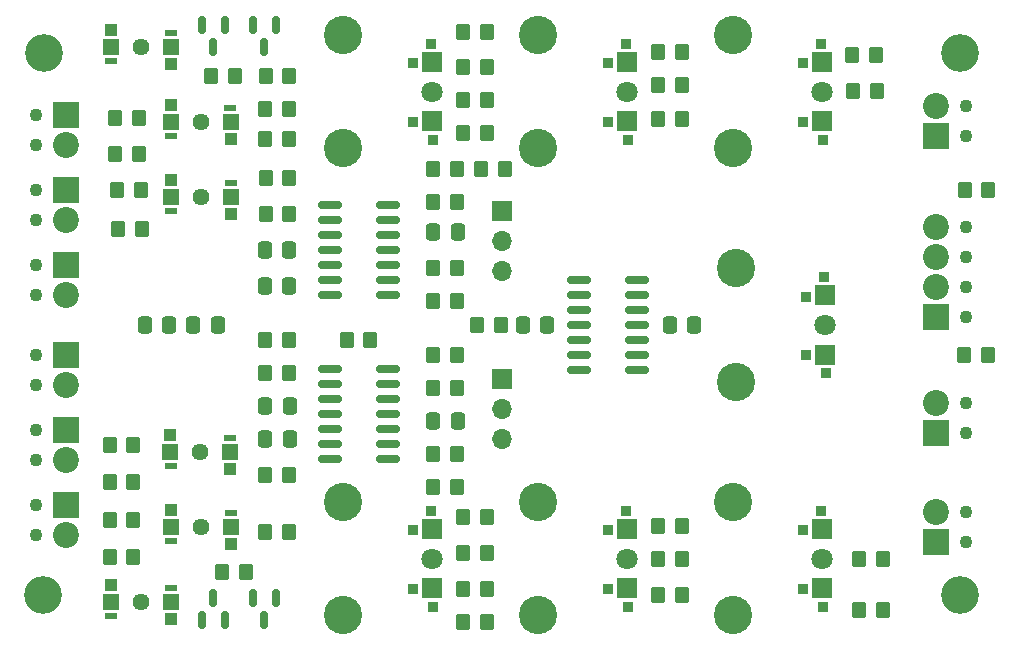
<source format=gbr>
%TF.GenerationSoftware,KiCad,Pcbnew,7.0.1*%
%TF.CreationDate,2023-09-03T00:34:55+01:00*%
%TF.ProjectId,noise-synth-card,6e6f6973-652d-4737-996e-74682d636172,rev?*%
%TF.SameCoordinates,Original*%
%TF.FileFunction,Soldermask,Bot*%
%TF.FilePolarity,Negative*%
%FSLAX46Y46*%
G04 Gerber Fmt 4.6, Leading zero omitted, Abs format (unit mm)*
G04 Created by KiCad (PCBNEW 7.0.1) date 2023-09-03 00:34:55*
%MOMM*%
%LPD*%
G01*
G04 APERTURE LIST*
G04 Aperture macros list*
%AMRoundRect*
0 Rectangle with rounded corners*
0 $1 Rounding radius*
0 $2 $3 $4 $5 $6 $7 $8 $9 X,Y pos of 4 corners*
0 Add a 4 corners polygon primitive as box body*
4,1,4,$2,$3,$4,$5,$6,$7,$8,$9,$2,$3,0*
0 Add four circle primitives for the rounded corners*
1,1,$1+$1,$2,$3*
1,1,$1+$1,$4,$5*
1,1,$1+$1,$6,$7*
1,1,$1+$1,$8,$9*
0 Add four rect primitives between the rounded corners*
20,1,$1+$1,$2,$3,$4,$5,0*
20,1,$1+$1,$4,$5,$6,$7,0*
20,1,$1+$1,$6,$7,$8,$9,0*
20,1,$1+$1,$8,$9,$2,$3,0*%
G04 Aperture macros list end*
%ADD10C,1.100000*%
%ADD11R,2.200000X2.200000*%
%ADD12C,2.200000*%
%ADD13C,3.240000*%
%ADD14R,1.800000X1.800000*%
%ADD15R,0.900000X0.899998*%
%ADD16R,0.899998X0.899994*%
%ADD17C,1.800000*%
%ADD18R,1.440000X1.440000*%
%ADD19R,1.020872X0.520869*%
%ADD20R,1.000000X1.000000*%
%ADD21C,1.440000*%
%ADD22R,1.000000X0.499998*%
%ADD23R,1.700000X1.700000*%
%ADD24O,1.700000X1.700000*%
%ADD25RoundRect,0.150000X-0.825000X-0.150000X0.825000X-0.150000X0.825000X0.150000X-0.825000X0.150000X0*%
%ADD26RoundRect,0.250000X-0.350000X-0.450000X0.350000X-0.450000X0.350000X0.450000X-0.350000X0.450000X0*%
%ADD27RoundRect,0.250000X0.337500X0.475000X-0.337500X0.475000X-0.337500X-0.475000X0.337500X-0.475000X0*%
%ADD28RoundRect,0.150000X-0.150000X0.587500X-0.150000X-0.587500X0.150000X-0.587500X0.150000X0.587500X0*%
%ADD29RoundRect,0.250000X0.350000X0.450000X-0.350000X0.450000X-0.350000X-0.450000X0.350000X-0.450000X0*%
%ADD30RoundRect,0.250000X-0.337500X-0.475000X0.337500X-0.475000X0.337500X0.475000X-0.337500X0.475000X0*%
%ADD31C,3.200000*%
%ADD32RoundRect,0.150000X0.150000X-0.587500X0.150000X0.587500X-0.150000X0.587500X-0.150000X-0.587500X0*%
G04 APERTURE END LIST*
D10*
%TO.C,J5*%
X183515000Y-60198000D03*
X183515000Y-57658000D03*
D11*
X180975000Y-60198000D03*
D12*
X180975000Y-57658000D03*
%TD*%
D10*
%TO.C,J3*%
X104775000Y-71120000D03*
X104775000Y-73660000D03*
D11*
X107315000Y-71120000D03*
D12*
X107315000Y-73660000D03*
%TD*%
D13*
%TO.C,PT6*%
X163830000Y-61275000D03*
D14*
X171330000Y-58975000D03*
X171330000Y-53975000D03*
D13*
X163830000Y-51675000D03*
D15*
X169729800Y-59015000D03*
D16*
X171279200Y-52411000D03*
D17*
X171330000Y-56475000D03*
D16*
X171431600Y-60564400D03*
X169755200Y-54062000D03*
%TD*%
D10*
%TO.C,J1*%
X104775000Y-58420000D03*
X104775000Y-60960000D03*
D11*
X107315000Y-58420000D03*
D12*
X107315000Y-60960000D03*
%TD*%
D13*
%TO.C,PT2*%
X147320000Y-61263600D03*
D14*
X154820000Y-58963600D03*
X154820000Y-53963600D03*
D13*
X147320000Y-51663600D03*
D15*
X153219800Y-59003600D03*
D16*
X154769200Y-52399600D03*
D17*
X154820000Y-56463600D03*
D16*
X154921600Y-60553000D03*
X153245200Y-54050600D03*
%TD*%
D10*
%TO.C,J11*%
X183515000Y-85344000D03*
X183515000Y-82804000D03*
D11*
X180975000Y-85344000D03*
D12*
X180975000Y-82804000D03*
%TD*%
D13*
%TO.C,PT12*%
X163830000Y-100812000D03*
D14*
X171330000Y-98512000D03*
X171330000Y-93512000D03*
D13*
X163830000Y-91212000D03*
D15*
X169729800Y-98552000D03*
D16*
X171279200Y-91948000D03*
D17*
X171330000Y-96012000D03*
D16*
X171431600Y-100101400D03*
X169755200Y-93599000D03*
%TD*%
D18*
%TO.C,PT11*%
X121259600Y-86995000D03*
X116179600Y-86995000D03*
D19*
X121244636Y-85812162D03*
D20*
X116179600Y-85572600D03*
D21*
X118719600Y-86995000D03*
D20*
X121259600Y-88442800D03*
D22*
X116205000Y-88184799D03*
%TD*%
D18*
%TO.C,PT9*%
X121310400Y-93319600D03*
X116230400Y-93319600D03*
D19*
X121295436Y-92136762D03*
D20*
X116230400Y-91897200D03*
D21*
X118770400Y-93319600D03*
D20*
X121310400Y-94767400D03*
D22*
X116255800Y-94509399D03*
%TD*%
D13*
%TO.C,PT8*%
X147320000Y-100812000D03*
D14*
X154820000Y-98512000D03*
X154820000Y-93512000D03*
D13*
X147320000Y-91212000D03*
D15*
X153219800Y-98552000D03*
D16*
X154769200Y-91948000D03*
D17*
X154820000Y-96012000D03*
D16*
X154921600Y-100101400D03*
X153245200Y-93599000D03*
%TD*%
D23*
%TO.C,J6*%
X144272000Y-80772000D03*
D24*
X144272000Y-83312000D03*
X144272000Y-85852000D03*
%TD*%
D13*
%TO.C,PT7*%
X130810000Y-100812000D03*
D14*
X138310000Y-98512000D03*
X138310000Y-93512000D03*
D13*
X130810000Y-91212000D03*
D15*
X136709800Y-98552000D03*
D16*
X138259200Y-91948000D03*
D17*
X138310000Y-96012000D03*
D16*
X138411600Y-100101400D03*
X136735200Y-93599000D03*
%TD*%
D13*
%TO.C,PT1*%
X130810000Y-61275000D03*
D14*
X138310000Y-58975000D03*
X138310000Y-53975000D03*
D13*
X130810000Y-51675000D03*
D15*
X136709800Y-59015000D03*
D16*
X138259200Y-52411000D03*
D17*
X138310000Y-56475000D03*
D16*
X138411600Y-60564400D03*
X136735200Y-54062000D03*
%TD*%
D13*
%TO.C,PT13*%
X164084000Y-81026000D03*
D14*
X171584000Y-78726000D03*
X171584000Y-73726000D03*
D13*
X164084000Y-71426000D03*
D15*
X169983800Y-78766000D03*
D16*
X171533200Y-72162000D03*
D17*
X171584000Y-76226000D03*
D16*
X171685600Y-80315400D03*
X170009200Y-73813000D03*
%TD*%
D18*
%TO.C,PT10*%
X116205000Y-99695000D03*
X111125000Y-99695000D03*
D19*
X116190036Y-98512162D03*
D20*
X111125000Y-98272600D03*
D21*
X113665000Y-99695000D03*
D20*
X116205000Y-101142800D03*
D22*
X111150400Y-100884799D03*
%TD*%
D18*
%TO.C,PT5*%
X121285000Y-65405000D03*
X116205000Y-65405000D03*
D19*
X121270036Y-64222162D03*
D20*
X116205000Y-63982600D03*
D21*
X118745000Y-65405000D03*
D20*
X121285000Y-66852800D03*
D22*
X116230400Y-66594799D03*
%TD*%
D18*
%TO.C,PT4*%
X116205000Y-52705000D03*
X111125000Y-52705000D03*
D19*
X116190036Y-51522162D03*
D20*
X111125000Y-51282600D03*
D21*
X113665000Y-52705000D03*
D20*
X116205000Y-54152800D03*
D22*
X111150400Y-53894799D03*
%TD*%
D10*
%TO.C,J10*%
X183515000Y-94615000D03*
X183515000Y-92075000D03*
D11*
X180975000Y-94615000D03*
D12*
X180975000Y-92075000D03*
%TD*%
D10*
%TO.C,J8*%
X104775000Y-85090000D03*
X104775000Y-87630000D03*
D11*
X107315000Y-85090000D03*
D12*
X107315000Y-87630000D03*
%TD*%
D18*
%TO.C,PT3*%
X121275000Y-59055000D03*
X116195000Y-59055000D03*
D19*
X121260036Y-57872162D03*
D20*
X116195000Y-57632600D03*
D21*
X118735000Y-59055000D03*
D20*
X121275000Y-60502800D03*
D22*
X116220400Y-60244799D03*
%TD*%
D23*
%TO.C,J13*%
X144272000Y-66548000D03*
D24*
X144272000Y-69088000D03*
X144272000Y-71628000D03*
%TD*%
D10*
%TO.C,J4*%
X183515000Y-75565000D03*
X183515000Y-73025000D03*
X183515000Y-70485000D03*
X183515000Y-67945000D03*
D11*
X180975000Y-75565000D03*
D12*
X180975000Y-73025000D03*
X180975000Y-70485000D03*
X180975000Y-67945000D03*
%TD*%
D10*
%TO.C,J9*%
X104775000Y-78740000D03*
X104775000Y-81280000D03*
D11*
X107315000Y-78740000D03*
D12*
X107315000Y-81280000D03*
%TD*%
D10*
%TO.C,J7*%
X104775000Y-91440000D03*
X104775000Y-93980000D03*
D11*
X107315000Y-91440000D03*
D12*
X107315000Y-93980000D03*
%TD*%
D10*
%TO.C,J2*%
X104775000Y-64770000D03*
X104775000Y-67310000D03*
D11*
X107315000Y-64770000D03*
D12*
X107315000Y-67310000D03*
%TD*%
D25*
%TO.C,U4*%
X150752000Y-80010000D03*
X150752000Y-78740000D03*
X150752000Y-77470000D03*
X150752000Y-76200000D03*
X150752000Y-74930000D03*
X150752000Y-73660000D03*
X150752000Y-72390000D03*
X155702000Y-72390000D03*
X155702000Y-73660000D03*
X155702000Y-74930000D03*
X155702000Y-76200000D03*
X155702000Y-77470000D03*
X155702000Y-78740000D03*
X155702000Y-80010000D03*
%TD*%
D26*
%TO.C,R30*%
X174498000Y-96012000D03*
X176498000Y-96012000D03*
%TD*%
D27*
%TO.C,C11*%
X140505000Y-68326000D03*
X138430000Y-68326000D03*
%TD*%
%TO.C,C3*%
X116078000Y-76200000D03*
X114003000Y-76200000D03*
%TD*%
%TO.C,C10*%
X160528000Y-76200000D03*
X158453000Y-76200000D03*
%TD*%
D28*
%TO.C,Q2*%
X123190000Y-50800000D03*
X125090000Y-50800000D03*
X124140000Y-52675000D03*
%TD*%
D29*
%TO.C,R13*%
X140430000Y-65786000D03*
X138430000Y-65786000D03*
%TD*%
%TO.C,R21*%
X142970000Y-98552000D03*
X140970000Y-98552000D03*
%TD*%
D27*
%TO.C,C12*%
X140505000Y-84328000D03*
X138430000Y-84328000D03*
%TD*%
D26*
%TO.C,R12*%
X124238000Y-66802000D03*
X126238000Y-66802000D03*
%TD*%
D30*
%TO.C,C6*%
X124206000Y-83058000D03*
X126281000Y-83058000D03*
%TD*%
D25*
%TO.C,U3*%
X129670000Y-87565000D03*
X129670000Y-86295000D03*
X129670000Y-85025000D03*
X129670000Y-83755000D03*
X129670000Y-82485000D03*
X129670000Y-81215000D03*
X129670000Y-79945000D03*
X134620000Y-79945000D03*
X134620000Y-81215000D03*
X134620000Y-82485000D03*
X134620000Y-83755000D03*
X134620000Y-85025000D03*
X134620000Y-86295000D03*
X134620000Y-87565000D03*
%TD*%
D31*
%TO.C,M1*%
X183066027Y-99093972D03*
X183061027Y-53183972D03*
X105446027Y-53183972D03*
X105410000Y-99060000D03*
%TD*%
D26*
%TO.C,R33*%
X124206000Y-80264000D03*
X126206000Y-80264000D03*
%TD*%
D29*
%TO.C,R41*%
X185420000Y-64770000D03*
X183420000Y-64770000D03*
%TD*%
%TO.C,R22*%
X159480000Y-99060000D03*
X157480000Y-99060000D03*
%TD*%
D28*
%TO.C,Q4*%
X123190000Y-99314000D03*
X125090000Y-99314000D03*
X124140000Y-101189000D03*
%TD*%
D26*
%TO.C,R1*%
X140995400Y-51435000D03*
X142995400Y-51435000D03*
%TD*%
%TO.C,R29*%
X124206000Y-88900000D03*
X126206000Y-88900000D03*
%TD*%
%TO.C,R19*%
X138430000Y-74168000D03*
X140430000Y-74168000D03*
%TD*%
%TO.C,R24*%
X111030000Y-95885000D03*
X113030000Y-95885000D03*
%TD*%
%TO.C,R34*%
X131096000Y-77470000D03*
X133096000Y-77470000D03*
%TD*%
%TO.C,R28*%
X124206000Y-93726000D03*
X126206000Y-93726000D03*
%TD*%
%TO.C,R7*%
X140970000Y-57150000D03*
X142970000Y-57150000D03*
%TD*%
D32*
%TO.C,Q3*%
X120772000Y-101189000D03*
X118872000Y-101189000D03*
X119822000Y-99314000D03*
%TD*%
D26*
%TO.C,R4*%
X111760000Y-68072000D03*
X113760000Y-68072000D03*
%TD*%
%TO.C,R37*%
X142154400Y-76200000D03*
X144154400Y-76200000D03*
%TD*%
D27*
%TO.C,C9*%
X120185000Y-76200000D03*
X118110000Y-76200000D03*
%TD*%
D26*
%TO.C,TH3*%
X111665000Y-64770000D03*
X113665000Y-64770000D03*
%TD*%
D29*
%TO.C,R40*%
X175904400Y-53340000D03*
X173904400Y-53340000D03*
%TD*%
%TO.C,R32*%
X140430000Y-78740000D03*
X138430000Y-78740000D03*
%TD*%
D26*
%TO.C,R5*%
X111506000Y-61722000D03*
X113506000Y-61722000D03*
%TD*%
D29*
%TO.C,TH4*%
X142970000Y-54356000D03*
X140970000Y-54356000D03*
%TD*%
%TO.C,R39*%
X176498000Y-100314000D03*
X174498000Y-100314000D03*
%TD*%
D26*
%TO.C,R11*%
X173990000Y-56388000D03*
X175990000Y-56388000D03*
%TD*%
%TO.C,R8*%
X119634000Y-55118000D03*
X121634000Y-55118000D03*
%TD*%
D29*
%TO.C,TH5*%
X159480000Y-93218000D03*
X157480000Y-93218000D03*
%TD*%
D25*
%TO.C,U2*%
X129670000Y-73660000D03*
X129670000Y-72390000D03*
X129670000Y-71120000D03*
X129670000Y-69850000D03*
X129670000Y-68580000D03*
X129670000Y-67310000D03*
X129670000Y-66040000D03*
X134620000Y-66040000D03*
X134620000Y-67310000D03*
X134620000Y-68580000D03*
X134620000Y-69850000D03*
X134620000Y-71120000D03*
X134620000Y-72390000D03*
X134620000Y-73660000D03*
%TD*%
D26*
%TO.C,R26*%
X140970000Y-95504000D03*
X142970000Y-95504000D03*
%TD*%
%TO.C,R6*%
X157480000Y-55880000D03*
X159480000Y-55880000D03*
%TD*%
%TO.C,R20*%
X140970000Y-101346000D03*
X142970000Y-101346000D03*
%TD*%
D29*
%TO.C,R17*%
X126238000Y-63754000D03*
X124238000Y-63754000D03*
%TD*%
D26*
%TO.C,R23*%
X111030000Y-86360000D03*
X113030000Y-86360000D03*
%TD*%
%TO.C,TH6*%
X111039400Y-92710000D03*
X113039400Y-92710000D03*
%TD*%
D27*
%TO.C,C7*%
X126238000Y-69850000D03*
X124163000Y-69850000D03*
%TD*%
D26*
%TO.C,TH7*%
X111030000Y-89535000D03*
X113030000Y-89535000D03*
%TD*%
%TO.C,R9*%
X124238000Y-55118000D03*
X126238000Y-55118000D03*
%TD*%
D27*
%TO.C,C1*%
X148082000Y-76200000D03*
X146007000Y-76200000D03*
%TD*%
%TO.C,C4*%
X126238000Y-72898000D03*
X124163000Y-72898000D03*
%TD*%
D26*
%TO.C,R25*%
X157480000Y-96012000D03*
X159480000Y-96012000D03*
%TD*%
D29*
%TO.C,TH1*%
X159480000Y-53086000D03*
X157480000Y-53086000D03*
%TD*%
D26*
%TO.C,R42*%
X183388000Y-78740000D03*
X185388000Y-78740000D03*
%TD*%
D29*
%TO.C,R35*%
X140430000Y-87122000D03*
X138430000Y-87122000D03*
%TD*%
D26*
%TO.C,TH2*%
X111506000Y-58674000D03*
X113506000Y-58674000D03*
%TD*%
D29*
%TO.C,R16*%
X140430000Y-71374000D03*
X138430000Y-71374000D03*
%TD*%
%TO.C,R2*%
X142970000Y-59944000D03*
X140970000Y-59944000D03*
%TD*%
D26*
%TO.C,R18*%
X142494000Y-62992000D03*
X144494000Y-62992000D03*
%TD*%
D29*
%TO.C,R36*%
X126206000Y-77470000D03*
X124206000Y-77470000D03*
%TD*%
%TO.C,R15*%
X140430000Y-62992000D03*
X138430000Y-62992000D03*
%TD*%
D27*
%TO.C,C8*%
X126281000Y-85852000D03*
X124206000Y-85852000D03*
%TD*%
D26*
%TO.C,R10*%
X124206000Y-60452000D03*
X126206000Y-60452000D03*
%TD*%
D29*
%TO.C,R3*%
X159480000Y-58801000D03*
X157480000Y-58801000D03*
%TD*%
%TO.C,R31*%
X140430000Y-81534000D03*
X138430000Y-81534000D03*
%TD*%
D28*
%TO.C,Q1*%
X118872000Y-50800000D03*
X120772000Y-50800000D03*
X119822000Y-52675000D03*
%TD*%
D26*
%TO.C,R38*%
X138430000Y-89916000D03*
X140430000Y-89916000D03*
%TD*%
D29*
%TO.C,R14*%
X126206000Y-57912000D03*
X124206000Y-57912000D03*
%TD*%
D26*
%TO.C,TH8*%
X140970000Y-92456000D03*
X142970000Y-92456000D03*
%TD*%
%TO.C,R27*%
X120555000Y-97155000D03*
X122555000Y-97155000D03*
%TD*%
M02*

</source>
